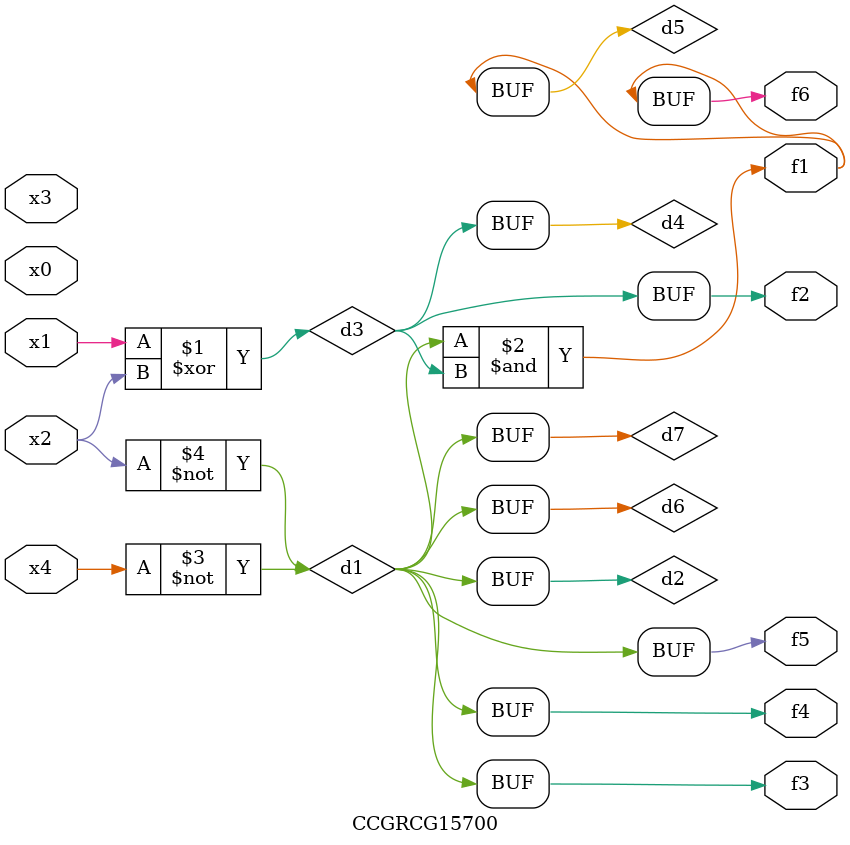
<source format=v>
module CCGRCG15700(
	input x0, x1, x2, x3, x4,
	output f1, f2, f3, f4, f5, f6
);

	wire d1, d2, d3, d4, d5, d6, d7;

	not (d1, x4);
	not (d2, x2);
	xor (d3, x1, x2);
	buf (d4, d3);
	and (d5, d1, d3);
	buf (d6, d1, d2);
	buf (d7, d2);
	assign f1 = d5;
	assign f2 = d4;
	assign f3 = d7;
	assign f4 = d7;
	assign f5 = d7;
	assign f6 = d5;
endmodule

</source>
